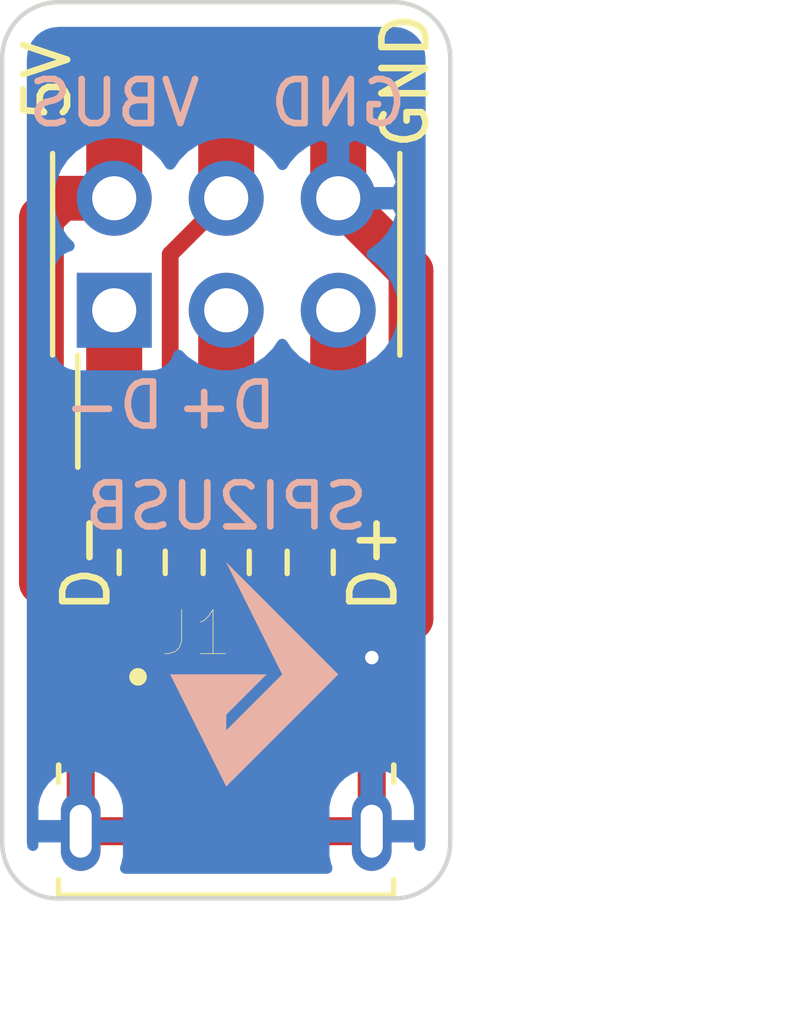
<source format=kicad_pcb>
(kicad_pcb (version 20171130) (host pcbnew 5.1.12-84ad8e8a86~92~ubuntu18.04.1)

  (general
    (thickness 1.6)
    (drawings 15)
    (tracks 39)
    (zones 0)
    (modules 6)
    (nets 9)
  )

  (page A4)
  (layers
    (0 F.Cu signal)
    (31 B.Cu signal)
    (32 B.Adhes user)
    (33 F.Adhes user)
    (34 B.Paste user)
    (35 F.Paste user)
    (36 B.SilkS user)
    (37 F.SilkS user)
    (38 B.Mask user)
    (39 F.Mask user)
    (40 Dwgs.User user)
    (41 Cmts.User user)
    (42 Eco1.User user)
    (43 Eco2.User user)
    (44 Edge.Cuts user)
    (45 Margin user)
    (46 B.CrtYd user)
    (47 F.CrtYd user)
    (48 B.Fab user)
    (49 F.Fab user)
  )

  (setup
    (last_trace_width 0.635)
    (user_trace_width 0.2032)
    (user_trace_width 0.381)
    (user_trace_width 0.635)
    (user_trace_width 1.016)
    (trace_clearance 0.2)
    (zone_clearance 0.508)
    (zone_45_only no)
    (trace_min 0.2)
    (via_size 0.8)
    (via_drill 0.4)
    (via_min_size 0.4)
    (via_min_drill 0.3)
    (user_via 0.6096 0.3048)
    (uvia_size 0.3)
    (uvia_drill 0.1)
    (uvias_allowed no)
    (uvia_min_size 0.2)
    (uvia_min_drill 0.1)
    (edge_width 0.1)
    (segment_width 0.2)
    (pcb_text_width 0.3)
    (pcb_text_size 1.5 1.5)
    (mod_edge_width 0.15)
    (mod_text_size 1 1)
    (mod_text_width 0.15)
    (pad_size 1.524 1.524)
    (pad_drill 0.762)
    (pad_to_mask_clearance 0)
    (aux_axis_origin 0 0)
    (visible_elements FFFFEF7F)
    (pcbplotparams
      (layerselection 0x010fc_ffffffff)
      (usegerberextensions false)
      (usegerberattributes true)
      (usegerberadvancedattributes true)
      (creategerberjobfile true)
      (excludeedgelayer true)
      (linewidth 0.100000)
      (plotframeref false)
      (viasonmask false)
      (mode 1)
      (useauxorigin false)
      (hpglpennumber 1)
      (hpglpenspeed 20)
      (hpglpendiameter 15.000000)
      (psnegative false)
      (psa4output false)
      (plotreference true)
      (plotvalue true)
      (plotinvisibletext false)
      (padsonsilk false)
      (subtractmaskfromsilk false)
      (outputformat 1)
      (mirror false)
      (drillshape 1)
      (scaleselection 1)
      (outputdirectory ""))
  )

  (net 0 "")
  (net 1 GND)
  (net 2 /D-)
  (net 3 /D+)
  (net 4 "Net-(J2-Pad4)")
  (net 5 "Net-(J2-Pad5)")
  (net 6 "Net-(J1-Pad3)")
  (net 7 "Net-(J1-Pad2)")
  (net 8 "Net-(J1-Pad1)")

  (net_class Default "This is the default net class."
    (clearance 0.2)
    (trace_width 0.25)
    (via_dia 0.8)
    (via_drill 0.4)
    (uvia_dia 0.3)
    (uvia_drill 0.1)
    (add_net /D+)
    (add_net /D-)
    (add_net GND)
    (add_net "Net-(J1-Pad1)")
    (add_net "Net-(J1-Pad2)")
    (add_net "Net-(J1-Pad3)")
    (add_net "Net-(J2-Pad4)")
    (add_net "Net-(J2-Pad5)")
  )

  (module footprint:gs_logo_200mil (layer B.Cu) (tedit 5EA488D8) (tstamp 639EB7D1)
    (at 152.4 106.68 180)
    (path /63A6FBFE)
    (fp_text reference GS1 (at 0 3.175) (layer B.SilkS) hide
      (effects (font (size 1 1) (thickness 0.15)) (justify mirror))
    )
    (fp_text value GS_logo (at 0 0.5) (layer B.Fab)
      (effects (font (size 1 1) (thickness 0.15)) (justify mirror))
    )
    (fp_poly (pts (xy -2.54 0) (xy -2.53 0.221) (xy -2.5 0.441) (xy -2.45 0.657)
      (xy -2.39 0.869) (xy -2.3 1.07) (xy -2.2 1.27) (xy -2.08 1.46)
      (xy -1.95 1.63) (xy -1.8 1.8) (xy -1.63 1.95) (xy -1.46 2.08)
      (xy -1.27 2.2) (xy -1.07 2.3) (xy -0.869 2.39) (xy -0.657 2.45)
      (xy -0.441 2.5) (xy -0.221 2.53) (xy 0 2.54)) (layer B.Mask) (width 0.0254))
    (fp_poly (pts (xy 0 -0.9144) (xy 0 -1.27) (xy -1.27 0) (xy -0.9144 0)) (layer B.Mask) (width 0.0254))
    (fp_poly (pts (xy 1.651 0.889) (xy 0 0.889) (xy 0 1.143) (xy 1.397 1.143)) (layer B.Mask) (width 0.0254))
    (fp_poly (pts (xy -1.27 0) (xy 0 -1.27) (xy 0 -0.9144) (xy -0.9144 0)
      (xy 1.27 0) (xy 0 -2.54) (xy -2.54 0) (xy 0 2.54)) (layer B.SilkS) (width 0.00254))
    (fp_poly (pts (xy 0 -2.54) (xy -0.221 -2.53) (xy -0.441 -2.5) (xy -0.657 -2.45)
      (xy -0.869 -2.39) (xy -1.07 -2.3) (xy -1.27 -2.2) (xy -1.46 -2.08)
      (xy -1.63 -1.95) (xy -1.8 -1.8) (xy -1.95 -1.63) (xy -2.08 -1.46)
      (xy -2.2 -1.27) (xy -2.3 -1.07) (xy -2.39 -0.869) (xy -2.45 -0.657)
      (xy -2.5 -0.441) (xy -2.53 -0.221) (xy -2.54 0)) (layer B.Mask) (width 0.0254))
    (fp_poly (pts (xy 2.54 0) (xy 2.53 -0.221) (xy 2.5 -0.441) (xy 2.45 -0.657)
      (xy 2.39 -0.869) (xy 2.3 -1.07) (xy 2.2 -1.27) (xy 2.08 -1.46)
      (xy 1.95 -1.63) (xy 1.8 -1.8) (xy 1.63 -1.95) (xy 1.46 -2.08)
      (xy 1.27 -2.2) (xy 1.07 -2.3) (xy 0.869 -2.39) (xy 0.657 -2.45)
      (xy 0.441 -2.5) (xy 0.221 -2.53) (xy 0 -2.54)) (layer B.Mask) (width 0.0254))
    (fp_poly (pts (xy 0 2.54) (xy 0.221 2.53) (xy 0.441 2.5) (xy 0.657 2.45)
      (xy 0.869 2.39) (xy 1.07 2.3) (xy 1.27 2.2) (xy 1.46 2.08)
      (xy 1.63 1.95) (xy 1.8 1.8) (xy 1.95 1.63) (xy 2.08 1.46)
      (xy 2.2 1.27) (xy 2.3 1.07) (xy 2.39 0.869) (xy 2.45 0.657)
      (xy 2.5 0.441) (xy 2.53 0.221) (xy 2.54 0)) (layer B.Mask) (width 0.0254))
    (pad 1 smd custom (at 0 0 180) (size 5.08 5.08) (layers B.Cu)
      (net 1 GND) (zone_connect 0)
      (options (clearance outline) (anchor circle))
      (primitives
      ))
  )

  (module footprint:HDR_2x03_Dual (layer F.Cu) (tedit 639E1F11) (tstamp 639E546F)
    (at 149.86 98.425 90)
    (descr "Through hole straight pin header, 2x03, 2.54mm pitch, double rows")
    (tags "Through hole pin header THT 2x03 2.54mm double row")
    (path /63A27298)
    (fp_text reference J2 (at 1.27 -2.33 90) (layer F.SilkS) hide
      (effects (font (size 1 1) (thickness 0.15)))
    )
    (fp_text value Conn_02x03_Odd_Even (at 1.27 7.41 90) (layer F.Fab) hide
      (effects (font (size 1 1) (thickness 0.15)))
    )
    (fp_text user %R (at 1.27 2.54 180) (layer F.Fab)
      (effects (font (size 1 1) (thickness 0.15)))
    )
    (fp_line (start 0 -1.27) (end 3.81 -1.27) (layer F.Fab) (width 0.1))
    (fp_line (start 3.81 -1.27) (end 3.81 6.35) (layer F.Fab) (width 0.1))
    (fp_line (start 3.81 6.35) (end -1.27 6.35) (layer F.Fab) (width 0.1))
    (fp_line (start -1.27 6.35) (end -1.27 0) (layer F.Fab) (width 0.1))
    (fp_line (start -1.27 0) (end 0 -1.27) (layer F.Fab) (width 0.1))
    (fp_line (start -1.016 6.477) (end 3.556 6.477) (layer F.SilkS) (width 0.12))
    (fp_line (start -1.016 -1.397) (end 3.556 -1.397) (layer F.SilkS) (width 0.12))
    (fp_line (start -3.556 -0.8255) (end -1.016 -0.8255) (layer F.SilkS) (width 0.127))
    (fp_line (start -1.8 -1.8) (end -1.8 6.85) (layer F.CrtYd) (width 0.05))
    (fp_line (start -1.8 6.85) (end 4.35 6.85) (layer F.CrtYd) (width 0.05))
    (fp_line (start 4.35 6.85) (end 4.35 -1.8) (layer F.CrtYd) (width 0.05))
    (fp_line (start 4.35 -1.8) (end -1.8 -1.8) (layer F.CrtYd) (width 0.05))
    (fp_poly (pts (xy 0 0.635) (xy -1.905 0.635) (xy -1.905 -0.635) (xy 0 -0.635)) (layer F.Cu) (width 0.000025))
    (fp_poly (pts (xy 0 3.175) (xy -1.905 3.175) (xy -1.905 1.905) (xy 0 1.905)) (layer F.Cu) (width 0.000025))
    (fp_poly (pts (xy 0 5.715) (xy -1.905 5.715) (xy -1.905 4.445) (xy 0 4.445)) (layer F.Cu) (width 0.000025))
    (fp_poly (pts (xy 4.445 0.635) (xy 2.54 0.635) (xy 2.54 -0.635) (xy 4.445 -0.635)) (layer F.Cu) (width 0.000025))
    (fp_poly (pts (xy 4.445 3.175) (xy 2.54 3.175) (xy 2.54 1.905) (xy 4.445 1.905)) (layer F.Cu) (width 0.000025))
    (fp_poly (pts (xy 4.445 5.715) (xy 2.54 5.715) (xy 2.54 4.445) (xy 4.445 4.445)) (layer F.Cu) (width 0.000025))
    (pad 6 smd rect (at 5.08 5.08 90) (size 2.286 1.27) (layers F.Cu F.Paste F.Mask)
      (net 1 GND))
    (pad 4 smd rect (at 5.08 2.54 90) (size 2.286 1.27) (layers F.Cu F.Paste F.Mask)
      (net 4 "Net-(J2-Pad4)"))
    (pad 2 smd rect (at 5.08 0 90) (size 2.286 1.27) (layers F.Cu F.Paste F.Mask)
      (net 8 "Net-(J1-Pad1)"))
    (pad 5 smd rect (at -2.54 5.08 90) (size 2.286 1.27) (layers F.Cu F.Paste F.Mask)
      (net 5 "Net-(J2-Pad5)"))
    (pad 3 smd rect (at -2.54 2.54 90) (size 2.286 1.27) (layers F.Cu F.Paste F.Mask)
      (net 3 /D+))
    (pad 1 smd rect (at -2.54 0 90) (size 2.286 1.27) (layers F.Cu F.Paste F.Mask)
      (net 2 /D-))
    (pad 1 thru_hole rect (at 0 0 90) (size 1.7 1.7) (drill 1) (layers *.Cu *.Mask)
      (net 2 /D-))
    (pad 2 thru_hole oval (at 2.54 0 90) (size 1.7 1.7) (drill 1) (layers *.Cu *.Mask)
      (net 8 "Net-(J1-Pad1)"))
    (pad 3 thru_hole oval (at 0 2.54 90) (size 1.7 1.7) (drill 1) (layers *.Cu *.Mask)
      (net 3 /D+))
    (pad 4 thru_hole oval (at 2.54 2.54 90) (size 1.7 1.7) (drill 1) (layers *.Cu *.Mask)
      (net 4 "Net-(J2-Pad4)"))
    (pad 5 thru_hole oval (at 0 5.08 90) (size 1.7 1.7) (drill 1) (layers *.Cu *.Mask)
      (net 5 "Net-(J2-Pad5)"))
    (pad 6 thru_hole oval (at 2.54 5.08 90) (size 1.7 1.7) (drill 1) (layers *.Cu *.Mask)
      (net 1 GND))
    (model ${KISYS3DMOD}/Connector_PinHeader_2.54mm.3dshapes/PinHeader_2x03_P2.54mm_Vertical.wrl
      (at (xyz 0 0 0))
      (scale (xyz 1 1 1))
      (rotate (xyz 0 0 0))
    )
  )

  (module footprint:FCI_10118193-0001LF-shield6 (layer F.Cu) (tedit 639E1B3B) (tstamp 602F4A66)
    (at 152.4 110.236)
    (path /63A4F7A9)
    (fp_text reference J1 (at -0.67941 -4.48892) (layer F.SilkS)
      (effects (font (size 1 1) (thickness 0.015)))
    )
    (fp_text value USB_B_Micro (at 8.17892 3.76872) (layer F.Fab)
      (effects (font (size 1 1) (thickness 0.015)))
    )
    (fp_text user PCB~END (at 4.75 1.3) (layer F.Fab)
      (effects (font (size 0.32 0.32) (thickness 0.015)))
    )
    (fp_arc (start 3.875 2.325) (end 3.4 2.2) (angle -90) (layer F.Fab) (width 0.127))
    (fp_arc (start 4.065 2.235) (end 3.93 2.5) (angle 90) (layer F.Fab) (width 0.127))
    (fp_arc (start -3.85 2.3) (end -3.4 2.2) (angle 90) (layer F.Fab) (width 0.127))
    (fp_arc (start -4.065 2.235) (end -3.93 2.5) (angle -90) (layer F.Fab) (width 0.127))
    (fp_line (start -4.2 -3.6) (end -4.2 3) (layer F.CrtYd) (width 0.05))
    (fp_line (start -4.2 3) (end 4.2 3) (layer F.CrtYd) (width 0.05))
    (fp_line (start 4.2 3) (end 4.2 -3.6) (layer F.CrtYd) (width 0.05))
    (fp_line (start 4.2 -3.6) (end -4.2 -3.6) (layer F.CrtYd) (width 0.05))
    (fp_circle (center -2 -3.5) (end -1.9 -3.5) (layer F.SilkS) (width 0.2))
    (fp_line (start -3.8 1.45) (end 3.8 1.45) (layer F.SilkS) (width 0.127))
    (fp_line (start -3.8 -2.9) (end 3.8 -2.9) (layer F.Fab) (width 0.127))
    (fp_line (start 3.8 -2.9) (end 3.8 1.45) (layer F.Fab) (width 0.127))
    (fp_line (start 3.8 1.45) (end 3.8 2.15) (layer F.Fab) (width 0.127))
    (fp_line (start 3.8 2.15) (end -3.8 2.15) (layer F.Fab) (width 0.127))
    (fp_line (start -3.8 2.15) (end -3.8 2.1) (layer F.Fab) (width 0.127))
    (fp_line (start -3.8 2.1) (end -3.8 -2.9) (layer F.Fab) (width 0.127))
    (fp_line (start -3.93 2.5) (end -3.75 2.75) (layer F.Fab) (width 0.127))
    (fp_line (start -3.2 2.2) (end -3.2 2.75) (layer F.Fab) (width 0.127))
    (fp_line (start -3.2 2.75) (end 3.2 2.75) (layer F.Fab) (width 0.127))
    (fp_line (start 3.2 2.75) (end 3.2 2.2) (layer F.Fab) (width 0.127))
    (fp_line (start 3.93 2.5) (end 3.75 2.8) (layer F.Fab) (width 0.127))
    (fp_line (start -3.8 -1.5) (end -3.8 -1.1) (layer F.SilkS) (width 0.127))
    (fp_line (start 3.8 -1.1) (end 3.8 -1.5) (layer F.SilkS) (width 0.127))
    (fp_line (start -3.8 1.1) (end -3.8 1.4) (layer F.SilkS) (width 0.127))
    (fp_line (start 3.8 1.1) (end 3.8 1.4) (layer F.SilkS) (width 0.127))
    (fp_line (start 3.8 1.45) (end 6.15 1.45) (layer F.Fab) (width 0.127))
    (pad 6 thru_hole oval (at 3.3 0) (size 0.9 1.8) (drill oval 0.5 1.2) (layers *.Cu *.Mask)
      (net 1 GND))
    (pad 6 thru_hole oval (at -3.3 0) (size 0.9 1.8) (drill oval 0.5 1.2) (layers *.Cu *.Mask)
      (net 1 GND))
    (pad 6 smd rect (at 1.2 0) (size 1.9 1.9) (layers F.Cu F.Paste F.Mask)
      (net 1 GND))
    (pad 6 smd rect (at -1.2 0) (size 1.9 1.9) (layers F.Cu F.Paste F.Mask)
      (net 1 GND))
    (pad 6 smd rect (at 3.2 -2.45) (size 1.6 1.4) (layers F.Cu F.Paste F.Mask)
      (net 1 GND))
    (pad 6 smd rect (at -3.2 -2.45) (size 1.6 1.4) (layers F.Cu F.Paste F.Mask)
      (net 1 GND))
    (pad 5 smd rect (at 1.3 -2.675) (size 0.4 1.35) (layers F.Cu F.Paste F.Mask)
      (net 1 GND))
    (pad 4 smd rect (at 0.65 -2.675) (size 0.4 1.35) (layers F.Cu F.Paste F.Mask))
    (pad 3 smd rect (at 0 -2.675) (size 0.4 1.35) (layers F.Cu F.Paste F.Mask)
      (net 6 "Net-(J1-Pad3)"))
    (pad 2 smd rect (at -0.65 -2.675) (size 0.4 1.35) (layers F.Cu F.Paste F.Mask)
      (net 7 "Net-(J1-Pad2)"))
    (pad 1 smd rect (at -1.3 -2.675) (size 0.4 1.35) (layers F.Cu F.Paste F.Mask)
      (net 8 "Net-(J1-Pad1)"))
  )

  (module Resistor_SMD:R_0603_1608Metric_Pad0.98x0.95mm_HandSolder (layer F.Cu) (tedit 5F68FEEE) (tstamp 639E5CC6)
    (at 150.495 104.14 270)
    (descr "Resistor SMD 0603 (1608 Metric), square (rectangular) end terminal, IPC_7351 nominal with elongated pad for handsoldering. (Body size source: IPC-SM-782 page 72, https://www.pcb-3d.com/wordpress/wp-content/uploads/ipc-sm-782a_amendment_1_and_2.pdf), generated with kicad-footprint-generator")
    (tags "resistor handsolder")
    (path /5E6A96F0)
    (attr smd)
    (fp_text reference D- (at 0 1.27 90) (layer F.SilkS)
      (effects (font (size 1 1) (thickness 0.15)))
    )
    (fp_text value 33 (at 0 1.43 90) (layer F.Fab)
      (effects (font (size 1 1) (thickness 0.15)))
    )
    (fp_text user %R (at 0 0 90) (layer F.Fab)
      (effects (font (size 0.4 0.4) (thickness 0.06)))
    )
    (fp_line (start -0.8 0.4125) (end -0.8 -0.4125) (layer F.Fab) (width 0.1))
    (fp_line (start -0.8 -0.4125) (end 0.8 -0.4125) (layer F.Fab) (width 0.1))
    (fp_line (start 0.8 -0.4125) (end 0.8 0.4125) (layer F.Fab) (width 0.1))
    (fp_line (start 0.8 0.4125) (end -0.8 0.4125) (layer F.Fab) (width 0.1))
    (fp_line (start -0.254724 -0.5225) (end 0.254724 -0.5225) (layer F.SilkS) (width 0.12))
    (fp_line (start -0.254724 0.5225) (end 0.254724 0.5225) (layer F.SilkS) (width 0.12))
    (fp_line (start -1.65 0.73) (end -1.65 -0.73) (layer F.CrtYd) (width 0.05))
    (fp_line (start -1.65 -0.73) (end 1.65 -0.73) (layer F.CrtYd) (width 0.05))
    (fp_line (start 1.65 -0.73) (end 1.65 0.73) (layer F.CrtYd) (width 0.05))
    (fp_line (start 1.65 0.73) (end -1.65 0.73) (layer F.CrtYd) (width 0.05))
    (pad 2 smd roundrect (at 0.9125 0 270) (size 0.975 0.95) (layers F.Cu F.Paste F.Mask) (roundrect_rratio 0.25)
      (net 7 "Net-(J1-Pad2)"))
    (pad 1 smd roundrect (at -0.9125 0 270) (size 0.975 0.95) (layers F.Cu F.Paste F.Mask) (roundrect_rratio 0.25)
      (net 2 /D-))
    (model ${KISYS3DMOD}/Resistor_SMD.3dshapes/R_0603_1608Metric.wrl
      (at (xyz 0 0 0))
      (scale (xyz 1 1 1))
      (rotate (xyz 0 0 0))
    )
  )

  (module Resistor_SMD:R_0603_1608Metric_Pad0.98x0.95mm_HandSolder (layer F.Cu) (tedit 5F68FEEE) (tstamp 639E549F)
    (at 152.4 104.14 270)
    (descr "Resistor SMD 0603 (1608 Metric), square (rectangular) end terminal, IPC_7351 nominal with elongated pad for handsoldering. (Body size source: IPC-SM-782 page 72, https://www.pcb-3d.com/wordpress/wp-content/uploads/ipc-sm-782a_amendment_1_and_2.pdf), generated with kicad-footprint-generator")
    (tags "resistor handsolder")
    (path /63A23108)
    (attr smd)
    (fp_text reference R3 (at 0 -1.43 90) (layer F.SilkS) hide
      (effects (font (size 1 1) (thickness 0.15)))
    )
    (fp_text value 1.5K (at 0 1.43 90) (layer F.Fab)
      (effects (font (size 1 1) (thickness 0.15)))
    )
    (fp_text user %R (at 0 0 90) (layer F.Fab)
      (effects (font (size 0.4 0.4) (thickness 0.06)))
    )
    (fp_line (start -0.8 0.4125) (end -0.8 -0.4125) (layer F.Fab) (width 0.1))
    (fp_line (start -0.8 -0.4125) (end 0.8 -0.4125) (layer F.Fab) (width 0.1))
    (fp_line (start 0.8 -0.4125) (end 0.8 0.4125) (layer F.Fab) (width 0.1))
    (fp_line (start 0.8 0.4125) (end -0.8 0.4125) (layer F.Fab) (width 0.1))
    (fp_line (start -0.254724 -0.5225) (end 0.254724 -0.5225) (layer F.SilkS) (width 0.12))
    (fp_line (start -0.254724 0.5225) (end 0.254724 0.5225) (layer F.SilkS) (width 0.12))
    (fp_line (start -1.65 0.73) (end -1.65 -0.73) (layer F.CrtYd) (width 0.05))
    (fp_line (start -1.65 -0.73) (end 1.65 -0.73) (layer F.CrtYd) (width 0.05))
    (fp_line (start 1.65 -0.73) (end 1.65 0.73) (layer F.CrtYd) (width 0.05))
    (fp_line (start 1.65 0.73) (end -1.65 0.73) (layer F.CrtYd) (width 0.05))
    (pad 2 smd roundrect (at 0.9125 0 270) (size 0.975 0.95) (layers F.Cu F.Paste F.Mask) (roundrect_rratio 0.25)
      (net 6 "Net-(J1-Pad3)"))
    (pad 1 smd roundrect (at -0.9125 0 270) (size 0.975 0.95) (layers F.Cu F.Paste F.Mask) (roundrect_rratio 0.25)
      (net 4 "Net-(J2-Pad4)"))
    (model ${KISYS3DMOD}/Resistor_SMD.3dshapes/R_0603_1608Metric.wrl
      (at (xyz 0 0 0))
      (scale (xyz 1 1 1))
      (rotate (xyz 0 0 0))
    )
  )

  (module Resistor_SMD:R_0603_1608Metric_Pad0.98x0.95mm_HandSolder (layer F.Cu) (tedit 5F68FEEE) (tstamp 639E548E)
    (at 154.305 104.14 270)
    (descr "Resistor SMD 0603 (1608 Metric), square (rectangular) end terminal, IPC_7351 nominal with elongated pad for handsoldering. (Body size source: IPC-SM-782 page 72, https://www.pcb-3d.com/wordpress/wp-content/uploads/ipc-sm-782a_amendment_1_and_2.pdf), generated with kicad-footprint-generator")
    (tags "resistor handsolder")
    (path /63A20355)
    (attr smd)
    (fp_text reference D+ (at 0 -1.43 90) (layer F.SilkS)
      (effects (font (size 1 1) (thickness 0.15)))
    )
    (fp_text value 33 (at 0 1.43 90) (layer F.Fab)
      (effects (font (size 1 1) (thickness 0.15)))
    )
    (fp_text user %R (at 0 0 90) (layer F.Fab)
      (effects (font (size 0.4 0.4) (thickness 0.06)))
    )
    (fp_line (start -0.8 0.4125) (end -0.8 -0.4125) (layer F.Fab) (width 0.1))
    (fp_line (start -0.8 -0.4125) (end 0.8 -0.4125) (layer F.Fab) (width 0.1))
    (fp_line (start 0.8 -0.4125) (end 0.8 0.4125) (layer F.Fab) (width 0.1))
    (fp_line (start 0.8 0.4125) (end -0.8 0.4125) (layer F.Fab) (width 0.1))
    (fp_line (start -0.254724 -0.5225) (end 0.254724 -0.5225) (layer F.SilkS) (width 0.12))
    (fp_line (start -0.254724 0.5225) (end 0.254724 0.5225) (layer F.SilkS) (width 0.12))
    (fp_line (start -1.65 0.73) (end -1.65 -0.73) (layer F.CrtYd) (width 0.05))
    (fp_line (start -1.65 -0.73) (end 1.65 -0.73) (layer F.CrtYd) (width 0.05))
    (fp_line (start 1.65 -0.73) (end 1.65 0.73) (layer F.CrtYd) (width 0.05))
    (fp_line (start 1.65 0.73) (end -1.65 0.73) (layer F.CrtYd) (width 0.05))
    (pad 2 smd roundrect (at 0.9125 0 270) (size 0.975 0.95) (layers F.Cu F.Paste F.Mask) (roundrect_rratio 0.25)
      (net 6 "Net-(J1-Pad3)"))
    (pad 1 smd roundrect (at -0.9125 0 270) (size 0.975 0.95) (layers F.Cu F.Paste F.Mask) (roundrect_rratio 0.25)
      (net 3 /D+))
    (model ${KISYS3DMOD}/Resistor_SMD.3dshapes/R_0603_1608Metric.wrl
      (at (xyz 0 0 0))
      (scale (xyz 1 1 1))
      (rotate (xyz 0 0 0))
    )
  )

  (gr_text D- (at 149.86 100.584) (layer B.SilkS)
    (effects (font (size 1 1) (thickness 0.15)) (justify mirror))
  )
  (gr_text D+ (at 152.4 100.584) (layer B.SilkS)
    (effects (font (size 1 1) (thickness 0.15)) (justify mirror))
  )
  (gr_text GND (at 154.94 93.726) (layer B.SilkS)
    (effects (font (size 1 1) (thickness 0.15)) (justify mirror))
  )
  (gr_text VBUS (at 149.86 93.726) (layer B.SilkS)
    (effects (font (size 1 1) (thickness 0.15)) (justify mirror))
  )
  (gr_text SPI2USB (at 152.4 102.87) (layer B.SilkS)
    (effects (font (size 1 1) (thickness 0.15)) (justify mirror))
  )
  (gr_text GND (at 156.464 93.218 90) (layer F.SilkS) (tstamp 639EB537)
    (effects (font (size 1 1) (thickness 0.15)))
  )
  (gr_text 5V (at 148.336 93.218 90) (layer F.SilkS)
    (effects (font (size 1 1) (thickness 0.15)))
  )
  (gr_arc (start 156.21 110.49) (end 156.21 111.76) (angle -90) (layer Edge.Cuts) (width 0.1))
  (gr_arc (start 148.59 110.49) (end 147.32 110.49) (angle -90) (layer Edge.Cuts) (width 0.1))
  (gr_arc (start 148.59 92.71) (end 148.59 91.44) (angle -90) (layer Edge.Cuts) (width 0.1))
  (gr_arc (start 156.21 92.71) (end 157.48 92.71) (angle -90) (layer Edge.Cuts) (width 0.1))
  (gr_line (start 148.59 111.76) (end 156.21 111.76) (layer Edge.Cuts) (width 0.1) (tstamp 602F4F13))
  (gr_line (start 147.32 92.71) (end 147.32 110.49) (layer Edge.Cuts) (width 0.1))
  (gr_line (start 156.21 91.44) (end 148.59 91.44) (layer Edge.Cuts) (width 0.1) (tstamp 639E9ED1))
  (gr_line (start 157.48 110.49) (end 157.48 92.71) (layer Edge.Cuts) (width 0.1))

  (segment (start 154.94 93.345) (end 154.94 95.885) (width 0.635) (layer F.Cu) (net 1))
  (segment (start 149.1 107.886) (end 149.2 107.786) (width 0.635) (layer F.Cu) (net 1))
  (segment (start 149.1 110.236) (end 149.1 107.886) (width 0.635) (layer F.Cu) (net 1))
  (segment (start 149.1 110.236) (end 155.7 110.236) (width 0.635) (layer F.Cu) (net 1))
  (segment (start 155.7 107.886) (end 155.6 107.786) (width 0.635) (layer F.Cu) (net 1))
  (segment (start 155.7 110.236) (end 155.7 107.886) (width 0.635) (layer F.Cu) (net 1))
  (via (at 155.702 106.299) (size 0.6096) (drill 0.3048) (layers F.Cu B.Cu) (net 1))
  (segment (start 153.7 107.561) (end 153.7 107.031) (width 0.381) (layer F.Cu) (net 1))
  (segment (start 153.7 107.031) (end 154.432 106.299) (width 0.381) (layer F.Cu) (net 1))
  (segment (start 154.432 106.299) (end 155.702 106.299) (width 1.016) (layer F.Cu) (net 1))
  (segment (start 156.591 105.41) (end 155.702 106.299) (width 1.016) (layer F.Cu) (net 1))
  (segment (start 154.94 95.885) (end 156.591 97.536) (width 1.016) (layer F.Cu) (net 1))
  (segment (start 156.591 97.536) (end 156.591 105.41) (width 1.016) (layer F.Cu) (net 1))
  (segment (start 155.702 107.684) (end 155.6 107.786) (width 0.635) (layer F.Cu) (net 1))
  (segment (start 155.702 106.299) (end 155.702 107.684) (width 0.635) (layer F.Cu) (net 1))
  (segment (start 149.86 102.5925) (end 150.495 103.2275) (width 0.381) (layer F.Cu) (net 2))
  (segment (start 149.86 98.425) (end 149.86 102.5925) (width 0.381) (layer F.Cu) (net 2))
  (segment (start 152.4 99.695) (end 152.4 101.3225) (width 0.2032) (layer F.Cu) (net 3))
  (segment (start 152.4 101.3225) (end 154.305 103.2275) (width 0.381) (layer F.Cu) (net 3))
  (segment (start 152.4 98.425) (end 152.4 101.3225) (width 0.381) (layer F.Cu) (net 3))
  (segment (start 151.13 102.108) (end 152.2495 103.2275) (width 0.381) (layer F.Cu) (net 4))
  (segment (start 152.4 95.885) (end 151.13 97.155) (width 0.381) (layer F.Cu) (net 4))
  (segment (start 152.2495 103.2275) (end 152.4 103.2275) (width 0.381) (layer F.Cu) (net 4))
  (segment (start 151.13 97.155) (end 151.13 102.108) (width 0.381) (layer F.Cu) (net 4))
  (segment (start 152.4 93.345) (end 152.4 95.885) (width 0.635) (layer F.Cu) (net 4))
  (segment (start 154.94 98.425) (end 154.94 100.965) (width 0.635) (layer F.Cu) (net 5))
  (segment (start 152.4 107.561) (end 152.4 105.0525) (width 0.381) (layer F.Cu) (net 6))
  (segment (start 154.305 105.0525) (end 152.4 105.0525) (width 0.381) (layer F.Cu) (net 6))
  (segment (start 151.75 106.3075) (end 150.495 105.0525) (width 0.381) (layer F.Cu) (net 7))
  (segment (start 151.75 107.561) (end 151.75 106.3075) (width 0.381) (layer F.Cu) (net 7))
  (segment (start 149.768498 95.885) (end 149.86 95.885) (width 0.635) (layer F.Cu) (net 8))
  (segment (start 149.86 93.345) (end 149.86 95.885) (width 0.635) (layer F.Cu) (net 8))
  (segment (start 151.1 107.031) (end 150.368 106.299) (width 0.381) (layer F.Cu) (net 8))
  (segment (start 151.1 107.561) (end 151.1 107.031) (width 0.381) (layer F.Cu) (net 8))
  (segment (start 148.657919 95.885) (end 149.86 95.885) (width 1.016) (layer F.Cu) (net 8))
  (segment (start 148.209 104.591156) (end 148.209 96.333919) (width 1.016) (layer F.Cu) (net 8))
  (segment (start 148.209 96.333919) (end 148.657919 95.885) (width 1.016) (layer F.Cu) (net 8))
  (segment (start 150.368 106.299) (end 149.916844 106.299) (width 1.016) (layer F.Cu) (net 8))
  (segment (start 149.916844 106.299) (end 148.209 104.591156) (width 1.016) (layer F.Cu) (net 8))

  (zone (net 1) (net_name GND) (layer B.Cu) (tstamp 639EBE21) (hatch edge 0.508)
    (connect_pads (clearance 0.508))
    (min_thickness 0.254)
    (fill yes (arc_segments 32) (thermal_gap 0.508) (thermal_bridge_width 0.508))
    (polygon
      (pts
        (xy 157.48 111.76) (xy 147.32 111.76) (xy 147.32 91.44) (xy 157.48 91.44)
      )
    )
    (filled_polygon
      (pts
        (xy 156.322992 92.139364) (xy 156.43167 92.172176) (xy 156.531918 92.225479) (xy 156.619897 92.297232) (xy 156.692263 92.384707)
        (xy 156.746263 92.484579) (xy 156.779833 92.593027) (xy 156.795001 92.737341) (xy 156.795 110.456496) (xy 156.785 110.558484)
        (xy 156.785 110.363) (xy 155.827 110.363) (xy 155.827 110.383) (xy 155.573 110.383) (xy 155.573 110.363)
        (xy 154.615 110.363) (xy 154.615 110.813) (xy 154.660624 111.022233) (xy 154.683624 111.075) (xy 150.116376 111.075)
        (xy 150.139376 111.022233) (xy 150.185 110.813) (xy 150.185 110.363) (xy 149.227 110.363) (xy 149.227 110.383)
        (xy 148.973 110.383) (xy 148.973 110.363) (xy 148.015 110.363) (xy 148.015 110.557815) (xy 148.005 110.462669)
        (xy 148.005 109.659) (xy 148.015 109.659) (xy 148.015 110.109) (xy 148.973 110.109) (xy 148.973 108.868498)
        (xy 149.227 108.868498) (xy 149.227 110.109) (xy 150.185 110.109) (xy 150.185 109.659) (xy 154.615 109.659)
        (xy 154.615 110.109) (xy 155.573 110.109) (xy 155.573 108.868498) (xy 155.827 108.868498) (xy 155.827 110.109)
        (xy 156.785 110.109) (xy 156.785 109.659) (xy 156.739376 109.449767) (xy 156.653809 109.253455) (xy 156.531587 109.077609)
        (xy 156.377408 108.928986) (xy 156.197197 108.813298) (xy 155.994001 108.741592) (xy 155.827 108.868498) (xy 155.573 108.868498)
        (xy 155.405999 108.741592) (xy 155.202803 108.813298) (xy 155.022592 108.928986) (xy 154.868413 109.077609) (xy 154.746191 109.253455)
        (xy 154.660624 109.449767) (xy 154.615 109.659) (xy 150.185 109.659) (xy 150.139376 109.449767) (xy 150.053809 109.253455)
        (xy 149.931587 109.077609) (xy 149.777408 108.928986) (xy 149.597197 108.813298) (xy 149.394001 108.741592) (xy 149.227 108.868498)
        (xy 148.973 108.868498) (xy 148.805999 108.741592) (xy 148.602803 108.813298) (xy 148.422592 108.928986) (xy 148.268413 109.077609)
        (xy 148.146191 109.253455) (xy 148.060624 109.449767) (xy 148.015 109.659) (xy 148.005 109.659) (xy 148.005 97.575)
        (xy 148.371928 97.575) (xy 148.371928 99.275) (xy 148.384188 99.399482) (xy 148.420498 99.51918) (xy 148.479463 99.629494)
        (xy 148.558815 99.726185) (xy 148.655506 99.805537) (xy 148.76582 99.864502) (xy 148.885518 99.900812) (xy 149.01 99.913072)
        (xy 150.71 99.913072) (xy 150.834482 99.900812) (xy 150.95418 99.864502) (xy 151.064494 99.805537) (xy 151.161185 99.726185)
        (xy 151.240537 99.629494) (xy 151.299502 99.51918) (xy 151.321513 99.44662) (xy 151.453368 99.578475) (xy 151.696589 99.74099)
        (xy 151.966842 99.852932) (xy 152.25374 99.91) (xy 152.54626 99.91) (xy 152.833158 99.852932) (xy 153.103411 99.74099)
        (xy 153.346632 99.578475) (xy 153.553475 99.371632) (xy 153.67 99.19724) (xy 153.786525 99.371632) (xy 153.993368 99.578475)
        (xy 154.236589 99.74099) (xy 154.506842 99.852932) (xy 154.79374 99.91) (xy 155.08626 99.91) (xy 155.373158 99.852932)
        (xy 155.643411 99.74099) (xy 155.886632 99.578475) (xy 156.093475 99.371632) (xy 156.25599 99.128411) (xy 156.367932 98.858158)
        (xy 156.425 98.57126) (xy 156.425 98.27874) (xy 156.367932 97.991842) (xy 156.25599 97.721589) (xy 156.093475 97.478368)
        (xy 155.886632 97.271525) (xy 155.710594 97.1539) (xy 155.940269 96.982588) (xy 156.135178 96.766355) (xy 156.284157 96.516252)
        (xy 156.381481 96.241891) (xy 156.260814 96.012) (xy 155.067 96.012) (xy 155.067 96.032) (xy 154.813 96.032)
        (xy 154.813 96.012) (xy 154.793 96.012) (xy 154.793 95.758) (xy 154.813 95.758) (xy 154.813 94.564845)
        (xy 155.067 94.564845) (xy 155.067 95.758) (xy 156.260814 95.758) (xy 156.381481 95.528109) (xy 156.284157 95.253748)
        (xy 156.135178 95.003645) (xy 155.940269 94.787412) (xy 155.70692 94.613359) (xy 155.444099 94.488175) (xy 155.29689 94.443524)
        (xy 155.067 94.564845) (xy 154.813 94.564845) (xy 154.58311 94.443524) (xy 154.435901 94.488175) (xy 154.17308 94.613359)
        (xy 153.939731 94.787412) (xy 153.744822 95.003645) (xy 153.675195 95.120534) (xy 153.553475 94.938368) (xy 153.346632 94.731525)
        (xy 153.103411 94.56901) (xy 152.833158 94.457068) (xy 152.54626 94.4) (xy 152.25374 94.4) (xy 151.966842 94.457068)
        (xy 151.696589 94.56901) (xy 151.453368 94.731525) (xy 151.246525 94.938368) (xy 151.13 95.11276) (xy 151.013475 94.938368)
        (xy 150.806632 94.731525) (xy 150.563411 94.56901) (xy 150.293158 94.457068) (xy 150.00626 94.4) (xy 149.71374 94.4)
        (xy 149.426842 94.457068) (xy 149.156589 94.56901) (xy 148.913368 94.731525) (xy 148.706525 94.938368) (xy 148.54401 95.181589)
        (xy 148.432068 95.451842) (xy 148.375 95.73874) (xy 148.375 96.03126) (xy 148.432068 96.318158) (xy 148.54401 96.588411)
        (xy 148.706525 96.831632) (xy 148.83838 96.963487) (xy 148.76582 96.985498) (xy 148.655506 97.044463) (xy 148.558815 97.123815)
        (xy 148.479463 97.220506) (xy 148.420498 97.33082) (xy 148.384188 97.450518) (xy 148.371928 97.575) (xy 148.005 97.575)
        (xy 148.005 92.743504) (xy 148.019364 92.597008) (xy 148.052176 92.48833) (xy 148.105479 92.388082) (xy 148.177232 92.300103)
        (xy 148.264707 92.227737) (xy 148.364579 92.173737) (xy 148.473027 92.140167) (xy 148.617331 92.125) (xy 156.176496 92.125)
      )
    )
  )
)

</source>
